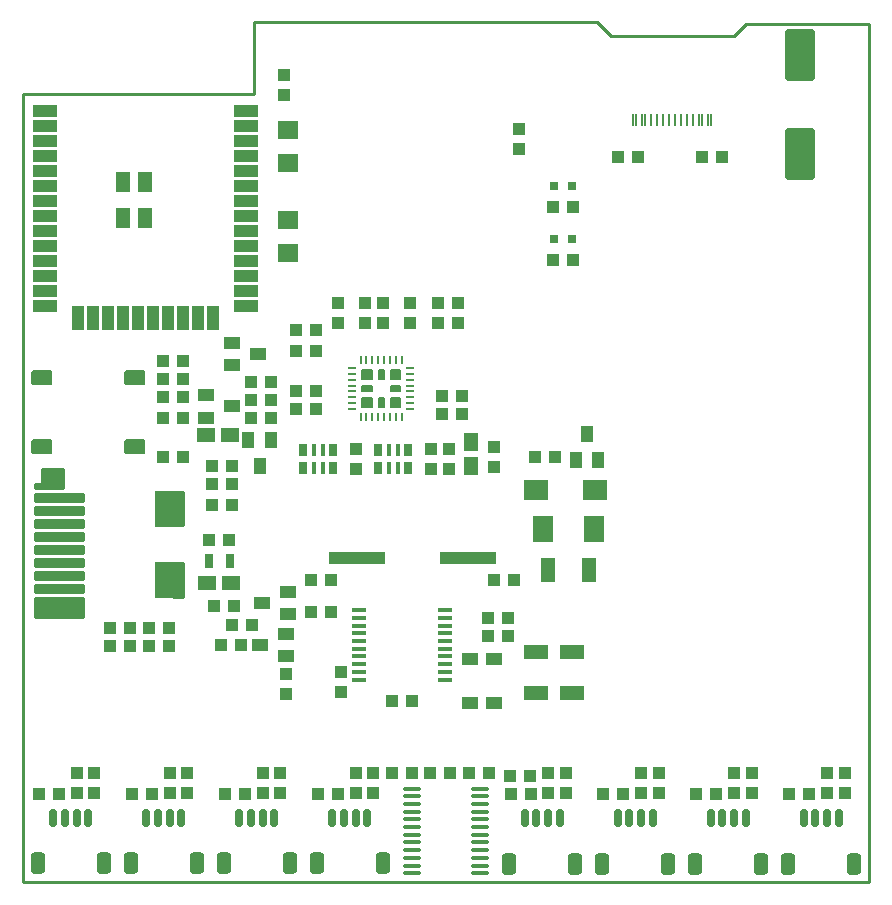
<source format=gbr>
%TF.GenerationSoftware,KiCad,Pcbnew,(7.0.0)*%
%TF.CreationDate,2023-03-12T03:28:46+03:00*%
%TF.ProjectId,ESP32-DEVKIT-L,45535033-322d-4444-9556-4b49542d4c2e,1*%
%TF.SameCoordinates,PX4260300PY8558f68*%
%TF.FileFunction,Paste,Top*%
%TF.FilePolarity,Positive*%
%FSLAX46Y46*%
G04 Gerber Fmt 4.6, Leading zero omitted, Abs format (unit mm)*
G04 Created by KiCad (PCBNEW (7.0.0)) date 2023-03-12 03:28:46*
%MOMM*%
%LPD*%
G01*
G04 APERTURE LIST*
G04 Aperture macros list*
%AMRoundRect*
0 Rectangle with rounded corners*
0 $1 Rounding radius*
0 $2 $3 $4 $5 $6 $7 $8 $9 X,Y pos of 4 corners*
0 Add a 4 corners polygon primitive as box body*
4,1,4,$2,$3,$4,$5,$6,$7,$8,$9,$2,$3,0*
0 Add four circle primitives for the rounded corners*
1,1,$1+$1,$2,$3*
1,1,$1+$1,$4,$5*
1,1,$1+$1,$6,$7*
1,1,$1+$1,$8,$9*
0 Add four rect primitives between the rounded corners*
20,1,$1+$1,$2,$3,$4,$5,0*
20,1,$1+$1,$4,$5,$6,$7,0*
20,1,$1+$1,$6,$7,$8,$9,0*
20,1,$1+$1,$8,$9,$2,$3,0*%
G04 Aperture macros list end*
%ADD10C,0.254000*%
%ADD11C,0.200000*%
%ADD12R,0.998220X1.099820*%
%ADD13R,0.797560X1.198880*%
%ADD14R,1.099820X0.998220*%
%ADD15R,1.270000X1.524000*%
%ADD16R,1.524000X1.270000*%
%ADD17R,0.800000X0.800000*%
%ADD18R,0.635000X1.016000*%
%ADD19R,0.381000X1.016000*%
%ADD20R,1.200000X1.800000*%
%ADD21RoundRect,0.050800X-1.000000X-0.450000X1.000000X-0.450000X1.000000X0.450000X-1.000000X0.450000X0*%
%ADD22RoundRect,0.050800X-0.450000X-1.000000X0.450000X-1.000000X0.450000X1.000000X-0.450000X1.000000X0*%
%ADD23R,0.780000X0.230000*%
%ADD24R,0.230000X0.780000*%
%ADD25R,1.500000X0.800000*%
%ADD26R,1.500000X3.100000*%
%ADD27RoundRect,0.127000X-0.762000X0.508000X-0.762000X-0.508000X0.762000X-0.508000X0.762000X0.508000X0*%
%ADD28R,1.798320X1.597660*%
%ADD29R,2.000000X1.700000*%
%ADD30R,1.000000X1.400000*%
%ADD31R,4.826000X1.100000*%
%ADD32R,1.400000X1.000000*%
%ADD33R,1.270000X0.325000*%
%ADD34R,1.778000X2.286000*%
%ADD35RoundRect,0.150000X-0.150000X-0.625000X0.150000X-0.625000X0.150000X0.625000X-0.150000X0.625000X0*%
%ADD36RoundRect,0.250000X-0.350000X-0.650000X0.350000X-0.650000X0.350000X0.650000X-0.350000X0.650000X0*%
%ADD37R,1.270000X2.059940*%
%ADD38RoundRect,0.100000X-0.637500X-0.100000X0.637500X-0.100000X0.637500X0.100000X-0.637500X0.100000X0*%
%ADD39R,0.280000X1.130000*%
%ADD40R,0.230000X1.130000*%
%ADD41R,2.059940X1.270000*%
%ADD42RoundRect,0.250000X1.000000X-1.950000X1.000000X1.950000X-1.000000X1.950000X-1.000000X-1.950000X0*%
%TA.AperFunction,Profile*%
%ADD43C,0.254000*%
%TD*%
G04 APERTURE END LIST*
D10*
X1040000Y32820000D02*
X5090000Y32820000D01*
X5090000Y32820000D02*
X5090000Y32280000D01*
X5090000Y32280000D02*
X1040000Y32280000D01*
X1040000Y32280000D02*
X1040000Y32820000D01*
G36*
X1040000Y32820000D02*
G01*
X5090000Y32820000D01*
X5090000Y32280000D01*
X1040000Y32280000D01*
X1040000Y32820000D01*
G37*
X1050000Y28420000D02*
X5100000Y28420000D01*
X5100000Y28420000D02*
X5100000Y27880000D01*
X5100000Y27880000D02*
X1050000Y27880000D01*
X1050000Y27880000D02*
X1050000Y28420000D01*
G36*
X1050000Y28420000D02*
G01*
X5100000Y28420000D01*
X5100000Y27880000D01*
X1050000Y27880000D01*
X1050000Y28420000D01*
G37*
X1040465Y31718198D02*
X5090465Y31718198D01*
X5090465Y31718198D02*
X5090465Y31178198D01*
X5090465Y31178198D02*
X1040465Y31178198D01*
X1040465Y31178198D02*
X1040465Y31718198D01*
G36*
X1040465Y31718198D02*
G01*
X5090465Y31718198D01*
X5090465Y31178198D01*
X1040465Y31178198D01*
X1040465Y31718198D01*
G37*
X1040465Y30618198D02*
X5090465Y30618198D01*
X5090465Y30618198D02*
X5090465Y30078198D01*
X5090465Y30078198D02*
X1040465Y30078198D01*
X1040465Y30078198D02*
X1040465Y30618198D01*
G36*
X1040465Y30618198D02*
G01*
X5090465Y30618198D01*
X5090465Y30078198D01*
X1040465Y30078198D01*
X1040465Y30618198D01*
G37*
X1050000Y24060000D02*
X5080000Y24060000D01*
X5080000Y24060000D02*
X5080000Y22460000D01*
X5080000Y22460000D02*
X1050000Y22460000D01*
X1050000Y22460000D02*
X1050000Y24060000D01*
G36*
X1050000Y24060000D02*
G01*
X5080000Y24060000D01*
X5080000Y22460000D01*
X1050000Y22460000D01*
X1050000Y24060000D01*
G37*
X1590000Y34980000D02*
X3440000Y34980000D01*
X3440000Y34980000D02*
X3440000Y33330000D01*
X3440000Y33330000D02*
X1590000Y33330000D01*
X1590000Y33330000D02*
X1590000Y34980000D01*
G36*
X1590000Y34980000D02*
G01*
X3440000Y34980000D01*
X3440000Y33330000D01*
X1590000Y33330000D01*
X1590000Y34980000D01*
G37*
X12750000Y26970000D02*
X13600000Y26970000D01*
X13600000Y26970000D02*
X13600000Y24130000D01*
X13600000Y24130000D02*
X12750000Y24130000D01*
X12750000Y24130000D02*
X12750000Y26970000D01*
G36*
X12750000Y26970000D02*
G01*
X13600000Y26970000D01*
X13600000Y24130000D01*
X12750000Y24130000D01*
X12750000Y26970000D01*
G37*
X12740000Y33030000D02*
X13590000Y33030000D01*
X13590000Y33030000D02*
X13590000Y30190000D01*
X13590000Y30190000D02*
X12740000Y30190000D01*
X12740000Y30190000D02*
X12740000Y33030000D01*
G36*
X12740000Y33030000D02*
G01*
X13590000Y33030000D01*
X13590000Y30190000D01*
X12740000Y30190000D01*
X12740000Y33030000D01*
G37*
X1040000Y29520000D02*
X5090000Y29520000D01*
X5090000Y29520000D02*
X5090000Y28980000D01*
X5090000Y28980000D02*
X1040000Y28980000D01*
X1040000Y28980000D02*
X1040000Y29520000D01*
G36*
X1040000Y29520000D02*
G01*
X5090000Y29520000D01*
X5090000Y28980000D01*
X1040000Y28980000D01*
X1040000Y29520000D01*
G37*
X1050000Y25110000D02*
X5100000Y25110000D01*
X5100000Y25110000D02*
X5100000Y24570000D01*
X5100000Y24570000D02*
X1050000Y24570000D01*
X1050000Y24570000D02*
X1050000Y25110000D01*
G36*
X1050000Y25110000D02*
G01*
X5100000Y25110000D01*
X5100000Y24570000D01*
X1050000Y24570000D01*
X1050000Y25110000D01*
G37*
X1040000Y33660000D02*
X1590000Y33660000D01*
X1590000Y33660000D02*
X1590000Y33330000D01*
X1590000Y33330000D02*
X1040000Y33330000D01*
X1040000Y33330000D02*
X1040000Y33660000D01*
G36*
X1040000Y33660000D02*
G01*
X1590000Y33660000D01*
X1590000Y33330000D01*
X1040000Y33330000D01*
X1040000Y33660000D01*
G37*
X1050000Y27320000D02*
X5100000Y27320000D01*
X5100000Y27320000D02*
X5100000Y26780000D01*
X5100000Y26780000D02*
X1050000Y26780000D01*
X1050000Y26780000D02*
X1050000Y27320000D01*
G36*
X1050000Y27320000D02*
G01*
X5100000Y27320000D01*
X5100000Y26780000D01*
X1050000Y26780000D01*
X1050000Y27320000D01*
G37*
X1050000Y26220000D02*
X5100000Y26220000D01*
X5100000Y26220000D02*
X5100000Y25680000D01*
X5100000Y25680000D02*
X1050000Y25680000D01*
X1050000Y25680000D02*
X1050000Y26220000D01*
G36*
X1050000Y26220000D02*
G01*
X5100000Y26220000D01*
X5100000Y25680000D01*
X1050000Y25680000D01*
X1050000Y26220000D01*
G37*
D11*
X31949000Y43381000D02*
X31149000Y43381000D01*
X31149000Y43381000D02*
X31149000Y42581000D01*
X30549000Y43381000D02*
X30549000Y42581000D01*
X30449000Y43381000D02*
X30449000Y42581000D01*
X30349000Y43381000D02*
X30349000Y42581000D01*
X30249000Y43381000D02*
X30249000Y42581000D01*
X30149000Y43381000D02*
X30549000Y43381000D01*
X29549000Y43381000D02*
X28749000Y43381000D01*
X28749000Y43381000D02*
X28749000Y42581000D01*
X31949000Y43281000D02*
X31149000Y43281000D01*
X29549000Y43281000D02*
X28749000Y43281000D01*
X31949000Y43181000D02*
X31149000Y43181000D01*
X29549000Y43181000D02*
X28749000Y43181000D01*
X31949000Y43081000D02*
X31149000Y43081000D01*
X29549000Y43081000D02*
X28749000Y43081000D01*
X31949000Y42981000D02*
X31149000Y42981000D01*
X29549000Y42981000D02*
X28749000Y42981000D01*
X31949000Y42881000D02*
X31149000Y42881000D01*
X29549000Y42881000D02*
X28749000Y42881000D01*
X31949000Y42781000D02*
X31149000Y42781000D01*
X29549000Y42781000D02*
X28749000Y42781000D01*
X31949000Y42681000D02*
X31149000Y42681000D01*
X29549000Y42681000D02*
X28749000Y42681000D01*
X31949000Y42581000D02*
X31949000Y43381000D01*
X31149000Y42581000D02*
X31949000Y42581000D01*
X30549000Y42581000D02*
X30149000Y42581000D01*
X30149000Y42581000D02*
X30149000Y43381000D01*
X29549000Y42581000D02*
X29549000Y43381000D01*
X28749000Y42581000D02*
X29549000Y42581000D01*
X31949000Y41981000D02*
X31149000Y41981000D01*
X31149000Y41981000D02*
X31149000Y41581000D01*
X29549000Y41981000D02*
X28749000Y41981000D01*
X28749000Y41981000D02*
X28749000Y41581000D01*
X31949000Y41881000D02*
X31149000Y41881000D01*
X29549000Y41881000D02*
X28749000Y41881000D01*
X31149000Y41781000D02*
X31949000Y41781000D01*
X28749000Y41781000D02*
X29549000Y41781000D01*
X31949000Y41681000D02*
X31149000Y41681000D01*
X29549000Y41681000D02*
X28749000Y41681000D01*
X31949000Y41581000D02*
X31949000Y41981000D01*
X31149000Y41581000D02*
X31949000Y41581000D01*
X29549000Y41581000D02*
X29549000Y41981000D01*
X28749000Y41581000D02*
X29549000Y41581000D01*
X31949000Y40981000D02*
X31149000Y40981000D01*
X31149000Y40981000D02*
X31149000Y40181000D01*
X30549000Y40981000D02*
X30549000Y40181000D01*
X30449000Y40981000D02*
X30449000Y40181000D01*
X30349000Y40981000D02*
X30349000Y40181000D01*
X30249000Y40981000D02*
X30249000Y40181000D01*
X30149000Y40981000D02*
X30549000Y40981000D01*
X29549000Y40981000D02*
X28749000Y40981000D01*
X28749000Y40981000D02*
X28749000Y40181000D01*
X31949000Y40881000D02*
X31149000Y40881000D01*
X29549000Y40881000D02*
X28749000Y40881000D01*
X31949000Y40781000D02*
X31149000Y40781000D01*
X29549000Y40781000D02*
X28749000Y40781000D01*
X31949000Y40681000D02*
X31149000Y40681000D01*
X29549000Y40681000D02*
X28749000Y40681000D01*
X31949000Y40581000D02*
X31149000Y40581000D01*
X29549000Y40581000D02*
X28749000Y40581000D01*
X31949000Y40481000D02*
X31149000Y40481000D01*
X29549000Y40481000D02*
X28749000Y40481000D01*
X31949000Y40381000D02*
X31149000Y40381000D01*
X29549000Y40381000D02*
X28749000Y40381000D01*
X31949000Y40281000D02*
X31149000Y40281000D01*
X29549000Y40281000D02*
X28749000Y40281000D01*
X31949000Y40181000D02*
X31949000Y40981000D01*
X31149000Y40181000D02*
X31949000Y40181000D01*
X30549000Y40181000D02*
X30149000Y40181000D01*
X30149000Y40181000D02*
X30149000Y40981000D01*
X29549000Y40181000D02*
X29549000Y40981000D01*
X28749000Y40181000D02*
X29549000Y40181000D01*
D12*
X36063999Y34963639D03*
X36063999Y36660359D03*
X34539999Y34963639D03*
X34539999Y36660359D03*
D13*
X15733839Y27175999D03*
X17532159Y27175999D03*
D12*
X36825999Y48979359D03*
X36825999Y47282639D03*
X39873999Y36787359D03*
X39873999Y35090639D03*
X28189999Y36660359D03*
X28189999Y34963639D03*
X35174999Y48979359D03*
X35174999Y47282639D03*
D14*
X24847359Y44955999D03*
X23150639Y44955999D03*
X24847359Y40002999D03*
X23150639Y40002999D03*
X24847359Y41526999D03*
X23150639Y41526999D03*
X37166359Y41145999D03*
X35469639Y41145999D03*
D15*
X37968999Y35176999D03*
X37968999Y37208999D03*
D16*
X17648999Y25270999D03*
X15616999Y25270999D03*
D17*
X46461499Y54454999D03*
X44937499Y54454999D03*
D14*
X11847639Y44066999D03*
X13544359Y44066999D03*
D12*
X22093999Y66586639D03*
X22093999Y68283359D03*
X42032999Y63711359D03*
X42032999Y62014639D03*
X28951999Y48979359D03*
X28951999Y47282639D03*
X26665999Y48979359D03*
X26665999Y47282639D03*
X32761999Y48979359D03*
X32761999Y47282639D03*
X30475999Y48979359D03*
X30475999Y47282639D03*
D14*
X31278639Y15301499D03*
X32975359Y15301499D03*
X35469639Y39624999D03*
X37166359Y39624999D03*
X24847359Y46733999D03*
X23150639Y46733999D03*
X39406639Y20825999D03*
X41103359Y20825999D03*
X26117359Y22857999D03*
X24420639Y22857999D03*
D18*
X23744999Y35049999D03*
X23744999Y36573999D03*
D19*
X24633999Y35049999D03*
X24633999Y36573999D03*
X25395999Y35049999D03*
X25395999Y36573999D03*
D18*
X26284999Y35049999D03*
X26284999Y36573999D03*
X32634999Y36573999D03*
X32634999Y35049999D03*
D19*
X31745999Y36573999D03*
X31745999Y35049999D03*
X30983999Y36573999D03*
X30983999Y35049999D03*
D18*
X30094999Y36573999D03*
X30094999Y35049999D03*
D20*
X8509999Y59241999D03*
X8509999Y56241999D03*
X10309999Y59241999D03*
X10309999Y56241999D03*
D21*
X1910000Y65252000D03*
X1910000Y63982000D03*
X1910000Y62712000D03*
X1910000Y61442000D03*
X1910000Y60172000D03*
X1910000Y58902000D03*
X1910000Y57632000D03*
X1910000Y56362000D03*
X1910000Y55092000D03*
X1910000Y53822000D03*
X1910000Y52552000D03*
X1910000Y51282000D03*
X1910000Y50012000D03*
X1910000Y48742000D03*
D22*
X4710000Y47742000D03*
X5980000Y47742000D03*
X7250000Y47742000D03*
X8520000Y47742000D03*
X9790000Y47742000D03*
X11060000Y47742000D03*
X12330000Y47742000D03*
X13600000Y47742000D03*
X14870000Y47742000D03*
X16140000Y47742000D03*
D21*
X18910000Y48742000D03*
X18910000Y50012000D03*
X18910000Y51282000D03*
X18910000Y52552000D03*
X18910000Y53822000D03*
X18910000Y55092000D03*
X18910000Y56362000D03*
X18910000Y57632000D03*
X18910000Y58902000D03*
X18910000Y60172000D03*
X18910000Y61442000D03*
X18910000Y62712000D03*
X18910000Y63982000D03*
X18910000Y65252000D03*
D23*
X27898999Y43530999D03*
X27898999Y43030999D03*
X27898999Y42530999D03*
X27898999Y42030999D03*
X27898999Y41530999D03*
X27898999Y41030999D03*
X27898999Y40530999D03*
X27898999Y40030999D03*
D24*
X28598999Y39330999D03*
X29098999Y39330999D03*
X29598999Y39330999D03*
X30098999Y39330999D03*
X30598999Y39330999D03*
X31098999Y39330999D03*
X31598999Y39330999D03*
X32098999Y39330999D03*
D23*
X32798999Y40030999D03*
X32798999Y40530999D03*
X32798999Y41030999D03*
X32798999Y41530999D03*
X32798999Y42030999D03*
X32798999Y42530999D03*
X32798999Y43030999D03*
X32798999Y43530999D03*
D24*
X32098999Y44230999D03*
X31598999Y44230999D03*
X31098999Y44230999D03*
X30598999Y44230999D03*
X30098999Y44230999D03*
X29598999Y44230999D03*
X29098999Y44230999D03*
X28598999Y44230999D03*
D25*
X2726999Y24849999D03*
X2726999Y25949999D03*
X2726999Y27049999D03*
X2726999Y28149999D03*
X2726999Y29249999D03*
X2726999Y30349999D03*
X2726999Y31449999D03*
X2726999Y32549999D03*
D26*
X11976999Y31609999D03*
X11976999Y25549999D03*
D14*
X17481359Y28953999D03*
X15784639Y28953999D03*
D27*
X9521000Y42670000D03*
X1647000Y42670000D03*
X9521000Y36828000D03*
X1647000Y36828000D03*
D28*
X22474999Y56007539D03*
X22474999Y53208459D03*
X22474999Y60828459D03*
X22474999Y63627539D03*
D14*
X46547859Y52676999D03*
X44851139Y52676999D03*
X26117359Y25524999D03*
X24420639Y25524999D03*
X39914639Y25524999D03*
X41611359Y25524999D03*
D12*
X26949999Y17798359D03*
X26949999Y16101639D03*
D14*
X39406639Y22349999D03*
X41103359Y22349999D03*
D29*
X48469999Y33144999D03*
X43469999Y33144999D03*
D30*
X46798039Y35720559D03*
X48700499Y35720559D03*
X47745459Y37930359D03*
D31*
X28316999Y27429999D03*
X37714999Y27429999D03*
D32*
X22439439Y22670039D03*
X22439439Y24572499D03*
X20229639Y23617459D03*
D14*
X45040359Y35938999D03*
X43343639Y35938999D03*
D12*
X22309999Y15883279D03*
X22309999Y17579999D03*
D14*
X13544359Y42542999D03*
X11847639Y42542999D03*
X11847639Y41018999D03*
X13544359Y41018999D03*
D33*
X35746499Y17138999D03*
X35746499Y17788999D03*
X35746499Y18438999D03*
X35746499Y19088999D03*
X35746499Y19738999D03*
X35746499Y20388999D03*
X35746499Y21038999D03*
X35746499Y21688999D03*
X35746499Y22338999D03*
X35746499Y22988999D03*
X28507499Y22988999D03*
X28507499Y22338999D03*
X28507499Y21688999D03*
X28507499Y21038999D03*
X28507499Y20388999D03*
X28507499Y19738999D03*
X28507499Y19088999D03*
X28507499Y18438999D03*
X28507499Y17788999D03*
X28507499Y17138999D03*
D17*
X46461499Y58899999D03*
X44937499Y58899999D03*
D14*
X44851139Y57121999D03*
X46547859Y57121999D03*
X12348359Y19939999D03*
X10651639Y19939999D03*
X17735359Y35176999D03*
X16038639Y35176999D03*
D34*
X48400999Y29842999D03*
X44046999Y29842999D03*
D30*
X21011959Y37427439D03*
X19109499Y37427439D03*
X20064539Y35217639D03*
D14*
X21037359Y42288999D03*
X19340639Y42288999D03*
D16*
X15489999Y37843999D03*
X17521999Y37843999D03*
D14*
X19340638Y39240999D03*
X21037358Y39240999D03*
D32*
X17684559Y45651959D03*
X17684559Y43749499D03*
X19894359Y44704539D03*
D14*
X19340638Y40764999D03*
X21037358Y40764999D03*
X9099359Y21460999D03*
X7402639Y21460999D03*
X17735359Y33652999D03*
X16038639Y33652999D03*
D32*
X15532999Y41206999D03*
X15532999Y39306999D03*
X17732999Y40256999D03*
X37841999Y15115999D03*
X37841999Y18915999D03*
X39873999Y18915999D03*
X39873999Y15115999D03*
D14*
X16038639Y31874999D03*
X17735359Y31874999D03*
X12348359Y21463999D03*
X10651639Y21463999D03*
X9099359Y19936999D03*
X7402639Y19936999D03*
X19386359Y21714999D03*
X17689639Y21714999D03*
X17862359Y23365999D03*
X16165639Y23365999D03*
D32*
X22312439Y19114039D03*
X22312439Y21016499D03*
X20102639Y20061459D03*
D14*
X18497359Y20063999D03*
X16800639Y20063999D03*
X13544359Y39240999D03*
X11847639Y39240999D03*
X13544359Y35938999D03*
X11847639Y35938999D03*
D12*
X28169999Y9235080D03*
X28169999Y7538360D03*
D14*
X39473359Y9219179D03*
X37776639Y9219179D03*
X17091639Y7479999D03*
X18788359Y7479999D03*
D35*
X10430000Y5440000D03*
X11430000Y5440000D03*
X12430000Y5440000D03*
X13430000Y5440000D03*
D36*
X9130000Y1565000D03*
X14730000Y1565000D03*
D14*
X64903199Y7474999D03*
X66599919Y7474999D03*
D37*
X47977599Y26399999D03*
X44472399Y26399999D03*
D12*
X4559999Y9236719D03*
X4559999Y7539999D03*
D35*
X2560000Y5440000D03*
X3560000Y5440000D03*
X4560000Y5440000D03*
X5560000Y5440000D03*
D36*
X1260000Y1565000D03*
X6860000Y1565000D03*
D14*
X1361639Y7479999D03*
X3058359Y7479999D03*
D35*
X50360000Y5434115D03*
X51360000Y5434115D03*
X52360000Y5434115D03*
X53360000Y5434115D03*
D36*
X49060000Y1559115D03*
X54660000Y1559115D03*
D35*
X58230000Y5435112D03*
X59230000Y5435112D03*
X60230000Y5435112D03*
X61230000Y5435112D03*
D36*
X56930000Y1560112D03*
X62530000Y1560112D03*
D12*
X21774999Y9236008D03*
X21774999Y7539288D03*
D35*
X26170000Y5436721D03*
X27170000Y5436721D03*
X28170000Y5436721D03*
X29170000Y5436721D03*
D36*
X24870000Y1561721D03*
X30470000Y1561721D03*
D12*
X53834999Y9232474D03*
X53834999Y7535754D03*
D14*
X50401639Y61349999D03*
X52098359Y61349999D03*
X57032479Y7475111D03*
X58729199Y7475111D03*
D12*
X52359999Y9229194D03*
X52359999Y7532474D03*
X60229999Y9233471D03*
X60229999Y7536751D03*
X6034999Y9238359D03*
X6034999Y7541639D03*
D14*
X36193359Y9219999D03*
X34496639Y9219999D03*
D12*
X29644999Y9235080D03*
X29644999Y7538360D03*
D14*
X49160799Y7474114D03*
X50857519Y7474114D03*
D35*
X42490000Y5433893D03*
X43490000Y5433893D03*
X44490000Y5433893D03*
X45490000Y5433893D03*
D36*
X41190000Y1558893D03*
X46790000Y1558893D03*
D12*
X68100719Y9236639D03*
X68100719Y7539919D03*
D14*
X57476639Y61349999D03*
X59173359Y61349999D03*
D38*
X32987500Y7890000D03*
X32987500Y7240000D03*
X32987500Y6590000D03*
X32987500Y5940000D03*
X32987500Y5290000D03*
X32987500Y4640000D03*
X32987500Y3990000D03*
X32987500Y3340000D03*
X32987500Y2690000D03*
X32987500Y2040000D03*
X32987500Y1390000D03*
X32987500Y740000D03*
X38712500Y740000D03*
X38712500Y1390000D03*
X38712500Y2040000D03*
X38712500Y2690000D03*
X38712500Y3340000D03*
X38712500Y3990000D03*
X38712500Y4640000D03*
X38712500Y5290000D03*
X38712500Y5940000D03*
X38712500Y6590000D03*
X38712500Y7240000D03*
X38712500Y7890000D03*
D14*
X9231639Y7479999D03*
X10928359Y7479999D03*
D12*
X13904999Y9238359D03*
X13904999Y7541639D03*
D14*
X42948359Y8979999D03*
X41251639Y8979999D03*
D12*
X45964999Y9232252D03*
X45964999Y7535532D03*
X20299999Y9236008D03*
X20299999Y7539288D03*
D14*
X26669199Y7476720D03*
X24972479Y7476720D03*
D35*
X66110000Y5435000D03*
X67110000Y5435000D03*
X68110000Y5435000D03*
X69110000Y5435000D03*
D36*
X64810000Y1560000D03*
X70410000Y1560000D03*
D14*
X41292479Y7473892D03*
X42989199Y7473892D03*
D39*
X58299999Y64517999D03*
X57499999Y64517999D03*
D40*
X56224999Y64517999D03*
X55224999Y64517999D03*
X54724999Y64517999D03*
X53724999Y64517999D03*
D39*
X52449999Y64517999D03*
X51649999Y64517999D03*
X51899999Y64517999D03*
X52699999Y64517999D03*
D40*
X53224999Y64517999D03*
X54224999Y64517999D03*
X55724999Y64517999D03*
X56724999Y64517999D03*
D39*
X57249999Y64517999D03*
X58049999Y64517999D03*
D12*
X69575719Y9233359D03*
X69575719Y7536639D03*
X12429999Y9236719D03*
X12429999Y7539999D03*
D41*
X46474999Y15974999D03*
X46474999Y19480199D03*
D14*
X31221639Y9219999D03*
X32918359Y9219999D03*
D12*
X61704999Y9233471D03*
X61704999Y7536751D03*
X44489999Y9230612D03*
X44489999Y7533892D03*
D35*
X18300000Y5437649D03*
X19300000Y5437649D03*
X20300000Y5437649D03*
X21300000Y5437649D03*
D36*
X17000000Y1562649D03*
X22600000Y1562649D03*
D42*
X65810000Y61620000D03*
X65810000Y70020000D03*
D41*
X43424999Y15974999D03*
X43424999Y19480199D03*
D43*
X48650000Y72773492D02*
X49770000Y71659000D01*
X48650000Y72773492D02*
X19554000Y72769000D01*
X-4000Y66673000D02*
X0Y0D01*
X61200000Y72675000D02*
X71675000Y72675000D01*
X19554000Y66673000D02*
X19554000Y72769000D01*
X60184000Y71659000D02*
X61200000Y72675000D01*
X49770000Y71659000D02*
X60184000Y71659000D01*
X71675000Y72675000D02*
X71675000Y0D01*
X-4000Y66673000D02*
X19554000Y66673000D01*
X0Y0D02*
X71675000Y0D01*
M02*

</source>
